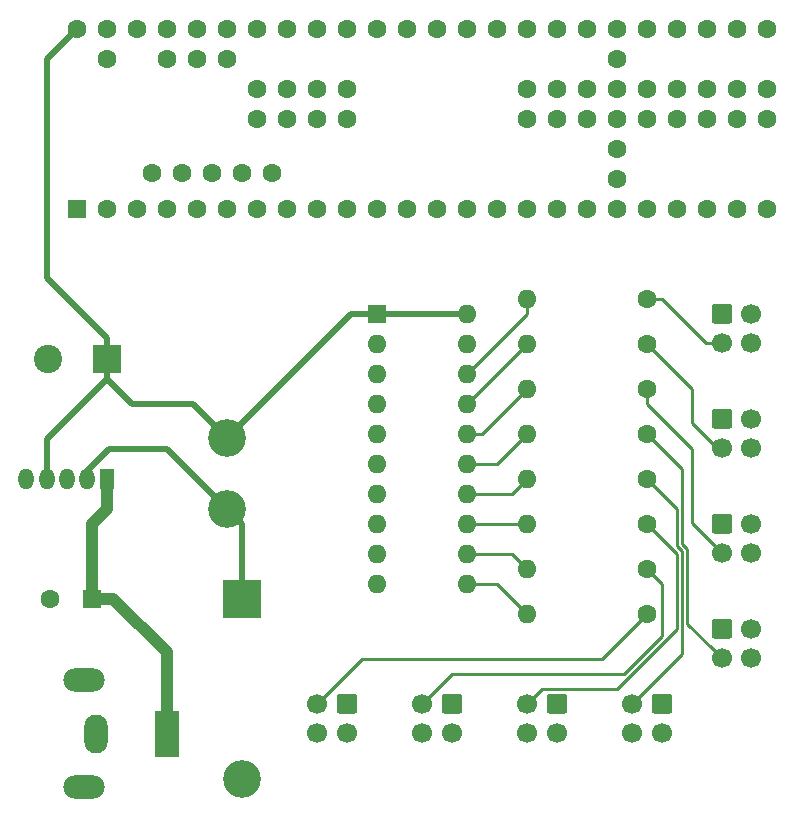
<source format=gbr>
G04 #@! TF.GenerationSoftware,KiCad,Pcbnew,(5.1.0-964-gdaad58e51)*
G04 #@! TF.CreationDate,2019-06-13T01:55:35-07:00*
G04 #@! TF.ProjectId,nowhere,6e6f7768-6572-4652-9e6b-696361645f70,rev?*
G04 #@! TF.SameCoordinates,Original*
G04 #@! TF.FileFunction,Copper,L1,Top*
G04 #@! TF.FilePolarity,Positive*
%FSLAX46Y46*%
G04 Gerber Fmt 4.6, Leading zero omitted, Abs format (unit mm)*
G04 Created by KiCad (PCBNEW (5.1.0-964-gdaad58e51)) date 2019-06-13 01:55:35*
%MOMM*%
%LPD*%
G04 APERTURE LIST*
%ADD10C,1.700000*%
%ADD11C,0.100000*%
%ADD12O,1.600000X1.600000*%
%ADD13C,1.600000*%
%ADD14R,1.600000X1.600000*%
%ADD15C,2.400000*%
%ADD16R,2.400000X2.400000*%
%ADD17O,3.200000X3.200000*%
%ADD18R,3.200000X3.200000*%
%ADD19C,3.200000*%
%ADD20O,1.275000X1.800000*%
%ADD21R,1.275000X1.800000*%
%ADD22O,3.500000X2.000000*%
%ADD23O,2.000000X3.300000*%
%ADD24R,2.000000X4.000000*%
%ADD25C,0.250000*%
%ADD26C,0.500000*%
%ADD27C,1.000000*%
G04 APERTURE END LIST*
D10*
X128230000Y-43140000D03*
X128230000Y-40640000D03*
X125730000Y-43140000D03*
D11*
G36*
X126425671Y-39809030D02*
G01*
X126506777Y-39863223D01*
X126560970Y-39944329D01*
X126580000Y-40040000D01*
X126580000Y-41240000D01*
X126560970Y-41335671D01*
X126506777Y-41416777D01*
X126425671Y-41470970D01*
X126330000Y-41490000D01*
X125130000Y-41490000D01*
X125034329Y-41470970D01*
X124953223Y-41416777D01*
X124899030Y-41335671D01*
X124880000Y-41240000D01*
X124880000Y-40040000D01*
X124899030Y-39944329D01*
X124953223Y-39863223D01*
X125034329Y-39809030D01*
X125130000Y-39790000D01*
X126330000Y-39790000D01*
X126425671Y-39809030D01*
X126425671Y-39809030D01*
G37*
D10*
X125730000Y-40640000D03*
X128230000Y-52030000D03*
X128230000Y-49530000D03*
X125730000Y-52030000D03*
D11*
G36*
X126425671Y-48699030D02*
G01*
X126506777Y-48753223D01*
X126560970Y-48834329D01*
X126580000Y-48930000D01*
X126580000Y-50130000D01*
X126560970Y-50225671D01*
X126506777Y-50306777D01*
X126425671Y-50360970D01*
X126330000Y-50380000D01*
X125130000Y-50380000D01*
X125034329Y-50360970D01*
X124953223Y-50306777D01*
X124899030Y-50225671D01*
X124880000Y-50130000D01*
X124880000Y-48930000D01*
X124899030Y-48834329D01*
X124953223Y-48753223D01*
X125034329Y-48699030D01*
X125130000Y-48680000D01*
X126330000Y-48680000D01*
X126425671Y-48699030D01*
X126425671Y-48699030D01*
G37*
D10*
X125730000Y-49530000D03*
X128230000Y-60920000D03*
X128230000Y-58420000D03*
X125730000Y-60920000D03*
D11*
G36*
X126425671Y-57589030D02*
G01*
X126506777Y-57643223D01*
X126560970Y-57724329D01*
X126580000Y-57820000D01*
X126580000Y-59020000D01*
X126560970Y-59115671D01*
X126506777Y-59196777D01*
X126425671Y-59250970D01*
X126330000Y-59270000D01*
X125130000Y-59270000D01*
X125034329Y-59250970D01*
X124953223Y-59196777D01*
X124899030Y-59115671D01*
X124880000Y-59020000D01*
X124880000Y-57820000D01*
X124899030Y-57724329D01*
X124953223Y-57643223D01*
X125034329Y-57589030D01*
X125130000Y-57570000D01*
X126330000Y-57570000D01*
X126425671Y-57589030D01*
X126425671Y-57589030D01*
G37*
D10*
X125730000Y-58420000D03*
X128230000Y-69810000D03*
X128230000Y-67310000D03*
X125730000Y-69810000D03*
D11*
G36*
X126425671Y-66479030D02*
G01*
X126506777Y-66533223D01*
X126560970Y-66614329D01*
X126580000Y-66710000D01*
X126580000Y-67910000D01*
X126560970Y-68005671D01*
X126506777Y-68086777D01*
X126425671Y-68140970D01*
X126330000Y-68160000D01*
X125130000Y-68160000D01*
X125034329Y-68140970D01*
X124953223Y-68086777D01*
X124899030Y-68005671D01*
X124880000Y-67910000D01*
X124880000Y-66710000D01*
X124899030Y-66614329D01*
X124953223Y-66533223D01*
X125034329Y-66479030D01*
X125130000Y-66460000D01*
X126330000Y-66460000D01*
X126425671Y-66479030D01*
X126425671Y-66479030D01*
G37*
D10*
X125730000Y-67310000D03*
X118150000Y-76160000D03*
X120650000Y-76160000D03*
X118150000Y-73660000D03*
D11*
G36*
X121345671Y-72829030D02*
G01*
X121426777Y-72883223D01*
X121480970Y-72964329D01*
X121500000Y-73060000D01*
X121500000Y-74260000D01*
X121480970Y-74355671D01*
X121426777Y-74436777D01*
X121345671Y-74490970D01*
X121250000Y-74510000D01*
X120050000Y-74510000D01*
X119954329Y-74490970D01*
X119873223Y-74436777D01*
X119819030Y-74355671D01*
X119800000Y-74260000D01*
X119800000Y-73060000D01*
X119819030Y-72964329D01*
X119873223Y-72883223D01*
X119954329Y-72829030D01*
X120050000Y-72810000D01*
X121250000Y-72810000D01*
X121345671Y-72829030D01*
X121345671Y-72829030D01*
G37*
D10*
X120650000Y-73660000D03*
X109260000Y-76160000D03*
X111760000Y-76160000D03*
X109260000Y-73660000D03*
D11*
G36*
X112455671Y-72829030D02*
G01*
X112536777Y-72883223D01*
X112590970Y-72964329D01*
X112610000Y-73060000D01*
X112610000Y-74260000D01*
X112590970Y-74355671D01*
X112536777Y-74436777D01*
X112455671Y-74490970D01*
X112360000Y-74510000D01*
X111160000Y-74510000D01*
X111064329Y-74490970D01*
X110983223Y-74436777D01*
X110929030Y-74355671D01*
X110910000Y-74260000D01*
X110910000Y-73060000D01*
X110929030Y-72964329D01*
X110983223Y-72883223D01*
X111064329Y-72829030D01*
X111160000Y-72810000D01*
X112360000Y-72810000D01*
X112455671Y-72829030D01*
X112455671Y-72829030D01*
G37*
D10*
X111760000Y-73660000D03*
X100370000Y-76160000D03*
X102870000Y-76160000D03*
X100370000Y-73660000D03*
D11*
G36*
X103565671Y-72829030D02*
G01*
X103646777Y-72883223D01*
X103700970Y-72964329D01*
X103720000Y-73060000D01*
X103720000Y-74260000D01*
X103700970Y-74355671D01*
X103646777Y-74436777D01*
X103565671Y-74490970D01*
X103470000Y-74510000D01*
X102270000Y-74510000D01*
X102174329Y-74490970D01*
X102093223Y-74436777D01*
X102039030Y-74355671D01*
X102020000Y-74260000D01*
X102020000Y-73060000D01*
X102039030Y-72964329D01*
X102093223Y-72883223D01*
X102174329Y-72829030D01*
X102270000Y-72810000D01*
X103470000Y-72810000D01*
X103565671Y-72829030D01*
X103565671Y-72829030D01*
G37*
D10*
X102870000Y-73660000D03*
X91480000Y-76160000D03*
X93980000Y-76160000D03*
X91480000Y-73660000D03*
D11*
G36*
X94675671Y-72829030D02*
G01*
X94756777Y-72883223D01*
X94810970Y-72964329D01*
X94830000Y-73060000D01*
X94830000Y-74260000D01*
X94810970Y-74355671D01*
X94756777Y-74436777D01*
X94675671Y-74490970D01*
X94580000Y-74510000D01*
X93380000Y-74510000D01*
X93284329Y-74490970D01*
X93203223Y-74436777D01*
X93149030Y-74355671D01*
X93130000Y-74260000D01*
X93130000Y-73060000D01*
X93149030Y-72964329D01*
X93203223Y-72883223D01*
X93284329Y-72829030D01*
X93380000Y-72810000D01*
X94580000Y-72810000D01*
X94675671Y-72829030D01*
X94675671Y-72829030D01*
G37*
D10*
X93980000Y-73660000D03*
D12*
X109220000Y-62230000D03*
D13*
X119380000Y-62230000D03*
X68890000Y-64770000D03*
D14*
X72390000Y-64770000D03*
D15*
X68660000Y-44450000D03*
D16*
X73660000Y-44450000D03*
D17*
X85090000Y-80010000D03*
D18*
X85090000Y-64770000D03*
D19*
X83820000Y-51150000D03*
X83820000Y-57150000D03*
D12*
X109220000Y-39370000D03*
D13*
X119380000Y-39370000D03*
D12*
X109220000Y-43180000D03*
D13*
X119380000Y-43180000D03*
D12*
X109220000Y-46990000D03*
D13*
X119380000Y-46990000D03*
D12*
X109220000Y-50800000D03*
D13*
X119380000Y-50800000D03*
D12*
X109220000Y-54610000D03*
D13*
X119380000Y-54610000D03*
D12*
X109220000Y-58420000D03*
D13*
X119380000Y-58420000D03*
D12*
X109220000Y-66040000D03*
D13*
X119380000Y-66040000D03*
X87630000Y-28750000D03*
X85090000Y-28750000D03*
X82550000Y-28750000D03*
X80010000Y-28750000D03*
X77470000Y-28750000D03*
X86360000Y-21590000D03*
X88900000Y-21590000D03*
X91440000Y-21590000D03*
X93980000Y-21590000D03*
X109220000Y-21590000D03*
X111760000Y-21590000D03*
X114300000Y-21590000D03*
X119380000Y-21590000D03*
X121920000Y-21590000D03*
X124460000Y-21590000D03*
X127000000Y-21590000D03*
X129540000Y-21590000D03*
X129540000Y-24130000D03*
X127000000Y-24130000D03*
X124460000Y-24130000D03*
X121920000Y-24130000D03*
X119380000Y-24130000D03*
X114300000Y-24130000D03*
X111760000Y-24130000D03*
X109220000Y-24130000D03*
X93980000Y-24130000D03*
X91440000Y-24130000D03*
X88900000Y-24130000D03*
X86360000Y-24130000D03*
X83820000Y-19050000D03*
X81280000Y-19050000D03*
X78740000Y-19050000D03*
X73660000Y-19050000D03*
X71120000Y-16510000D03*
X73660000Y-16510000D03*
X76200000Y-16510000D03*
X78740000Y-16510000D03*
X81280000Y-16510000D03*
X83820000Y-16510000D03*
X86360000Y-16510000D03*
X88900000Y-16510000D03*
X91440000Y-16510000D03*
X93980000Y-16510000D03*
X96520000Y-16510000D03*
X99060000Y-16510000D03*
X101600000Y-16510000D03*
X104140000Y-16510000D03*
X106680000Y-16510000D03*
X109220000Y-16510000D03*
D14*
X71120000Y-31750000D03*
D13*
X73660000Y-31750000D03*
X76200000Y-31750000D03*
X78740000Y-31750000D03*
X81280000Y-31750000D03*
X83820000Y-31750000D03*
X86360000Y-31750000D03*
X88900000Y-31750000D03*
X91440000Y-31750000D03*
X93980000Y-31750000D03*
X96520000Y-31750000D03*
X99060000Y-31750000D03*
X101600000Y-31750000D03*
X111760000Y-16510000D03*
X114300000Y-16510000D03*
X116840000Y-16510000D03*
X119380000Y-16510000D03*
X121920000Y-16510000D03*
X124460000Y-16510000D03*
X127000000Y-16510000D03*
X129540000Y-16510000D03*
X116840000Y-19050000D03*
X116840000Y-21590000D03*
X116840000Y-24130000D03*
X116840000Y-26670000D03*
X116840000Y-29210000D03*
X129540000Y-31750000D03*
X127000000Y-31750000D03*
X124460000Y-31750000D03*
X121920000Y-31750000D03*
X104140000Y-31750000D03*
X106680000Y-31750000D03*
X109220000Y-31750000D03*
X119380000Y-31750000D03*
X116840000Y-31750000D03*
X114300000Y-31750000D03*
X111760000Y-31750000D03*
D12*
X104140000Y-40640000D03*
X96520000Y-63500000D03*
X104140000Y-43180000D03*
X96520000Y-60960000D03*
X104140000Y-45720000D03*
X96520000Y-58420000D03*
X104140000Y-48260000D03*
X96520000Y-55880000D03*
X104140000Y-50800000D03*
X96520000Y-53340000D03*
X104140000Y-53340000D03*
X96520000Y-50800000D03*
X104140000Y-55880000D03*
X96520000Y-48260000D03*
X104140000Y-58420000D03*
X96520000Y-45720000D03*
X104140000Y-60960000D03*
X96520000Y-43180000D03*
X104140000Y-63500000D03*
D14*
X96520000Y-40640000D03*
D20*
X66860000Y-54610000D03*
X68560000Y-54610000D03*
X70260000Y-54610000D03*
X71960000Y-54610000D03*
D21*
X73660000Y-54610000D03*
D22*
X71740000Y-80700000D03*
X71740000Y-71700000D03*
D23*
X72740000Y-76200000D03*
D24*
X78740000Y-76200000D03*
D25*
X119380000Y-66040000D02*
X115570000Y-69850000D01*
X115570000Y-69850000D02*
X95290000Y-69850000D01*
X95290000Y-69850000D02*
X92329999Y-72810001D01*
X92329999Y-72810001D02*
X91480000Y-73660000D01*
X120650000Y-63500000D02*
X120650000Y-67943590D01*
X120650000Y-67943590D02*
X117473590Y-71120000D01*
X117473590Y-71120000D02*
X102910000Y-71120000D01*
X119380000Y-62230000D02*
X120650000Y-63500000D01*
X102910000Y-71120000D02*
X101219999Y-72810001D01*
X101219999Y-72810001D02*
X100370000Y-73660000D01*
X121920000Y-60960000D02*
X121920000Y-67310000D01*
X119380000Y-58420000D02*
X121920000Y-60960000D01*
X121920000Y-67310000D02*
X116840000Y-72390000D01*
X116840000Y-72390000D02*
X110490000Y-72390000D01*
X110490000Y-72390000D02*
X110490000Y-72430000D01*
X110490000Y-72430000D02*
X109260000Y-73660000D01*
X118999999Y-72810001D02*
X118150000Y-73660000D01*
X124880001Y-68960001D02*
X125730000Y-69810000D01*
X122370011Y-60773600D02*
X122370011Y-69439989D01*
X122820022Y-60587200D02*
X122820022Y-66900022D01*
X119380000Y-54610000D02*
X121920000Y-57150000D01*
X121920000Y-57150000D02*
X121920000Y-60323590D01*
X122370011Y-53790011D02*
X122370011Y-60137189D01*
X122820022Y-66900022D02*
X124880001Y-68960001D01*
X122370011Y-69439989D02*
X118999999Y-72810001D01*
X122370011Y-60137189D02*
X122820022Y-60587200D01*
X121920000Y-60323590D02*
X122370011Y-60773600D01*
X119380000Y-50800000D02*
X122370011Y-53790011D01*
D26*
X80930000Y-48260000D02*
X75770000Y-48260000D01*
X83820000Y-51150000D02*
X80930000Y-48260000D01*
X75770000Y-48260000D02*
X73660000Y-46150000D01*
X83820000Y-57150000D02*
X78740000Y-52070000D01*
X78740000Y-52070000D02*
X73852498Y-52070000D01*
X73852498Y-52070000D02*
X71960000Y-53962498D01*
X71960000Y-53962498D02*
X71960000Y-54610000D01*
D25*
X119380000Y-48260000D02*
X123190000Y-52070000D01*
X119380000Y-46990000D02*
X119380000Y-48260000D01*
X123190000Y-52070000D02*
X123190000Y-58380000D01*
X123190000Y-58380000D02*
X124880001Y-60070001D01*
X124880001Y-60070001D02*
X125730000Y-60920000D01*
X123190000Y-46990000D02*
X123190000Y-49901595D01*
X119380000Y-43180000D02*
X123190000Y-46990000D01*
X123190000Y-49901595D02*
X125318405Y-52030000D01*
X125318405Y-52030000D02*
X125730000Y-52030000D01*
X120650000Y-39370000D02*
X124420000Y-43140000D01*
X119380000Y-39370000D02*
X120650000Y-39370000D01*
X124420000Y-43140000D02*
X125730000Y-43140000D01*
X104140000Y-63500000D02*
X106680000Y-63500000D01*
X106680000Y-63500000D02*
X109220000Y-66040000D01*
X104140000Y-60960000D02*
X107950000Y-60960000D01*
X107950000Y-60960000D02*
X109220000Y-62230000D01*
X104140000Y-58420000D02*
X109220000Y-58420000D01*
X104140000Y-55880000D02*
X107950000Y-55880000D01*
X107950000Y-55880000D02*
X109220000Y-54610000D01*
X104140000Y-53340000D02*
X106680000Y-53340000D01*
X106680000Y-53340000D02*
X109220000Y-50800000D01*
X104140000Y-50800000D02*
X105410000Y-50800000D01*
X105410000Y-50800000D02*
X109220000Y-46990000D01*
X104140000Y-48260000D02*
X109220000Y-43180000D01*
X104140000Y-45720000D02*
X109220000Y-40640000D01*
X109220000Y-40640000D02*
X109220000Y-39370000D01*
D26*
X68580000Y-19050000D02*
X68580000Y-37670000D01*
X71120000Y-16510000D02*
X68580000Y-19050000D01*
X68580000Y-37670000D02*
X73660000Y-42750000D01*
X73660000Y-42750000D02*
X73660000Y-44450000D01*
X68560000Y-51250000D02*
X68560000Y-53210000D01*
X73660000Y-46150000D02*
X68560000Y-51250000D01*
X68560000Y-53210000D02*
X68560000Y-54610000D01*
X85090000Y-64770000D02*
X85090000Y-58420000D01*
X85090000Y-58420000D02*
X83820000Y-57150000D01*
X71960000Y-54610000D02*
X71960000Y-55257502D01*
X73660000Y-44450000D02*
X73660000Y-46150000D01*
X96520000Y-40640000D02*
X94330000Y-40640000D01*
X94330000Y-40640000D02*
X83820000Y-51150000D01*
X96520000Y-40640000D02*
X104140000Y-40640000D01*
D27*
X72390000Y-58420000D02*
X73660000Y-57150000D01*
X73660000Y-57150000D02*
X73660000Y-54610000D01*
X72390000Y-64770000D02*
X72390000Y-58420000D01*
X78740000Y-76200000D02*
X78740000Y-69320000D01*
X78740000Y-69320000D02*
X74190000Y-64770000D01*
X74190000Y-64770000D02*
X72390000Y-64770000D01*
M02*

</source>
